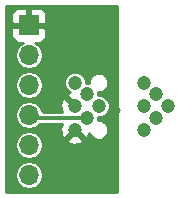
<source format=gbr>
G04 #@! TF.GenerationSoftware,KiCad,Pcbnew,(2017-09-19 revision dddaa7e69)-makepkg*
G04 #@! TF.CreationDate,2017-10-06T17:35:26-07:00*
G04 #@! TF.ProjectId,progAdapt,70726F6741646170742E6B696361645F,rev?*
G04 #@! TF.SameCoordinates,Original*
G04 #@! TF.FileFunction,Copper,L1,Top,Signal*
G04 #@! TF.FilePolarity,Positive*
%FSLAX46Y46*%
G04 Gerber Fmt 4.6, Leading zero omitted, Abs format (unit mm)*
G04 Created by KiCad (PCBNEW (2017-09-19 revision dddaa7e69)-makepkg) date 10/06/17 17:35:26*
%MOMM*%
%LPD*%
G01*
G04 APERTURE LIST*
%ADD10O,1.700000X1.700000*%
%ADD11R,1.700000X1.700000*%
%ADD12C,1.200000*%
%ADD13C,0.300000*%
%ADD14C,0.254000*%
G04 APERTURE END LIST*
D10*
X124258095Y-172832500D03*
X124258095Y-170292500D03*
X124258095Y-167752500D03*
X124258095Y-165212500D03*
X124258095Y-162672500D03*
D11*
X124258095Y-160132500D03*
D12*
X134001000Y-169005000D03*
X134001000Y-167005000D03*
X134001000Y-165005000D03*
X135001000Y-168005000D03*
X135001000Y-166005000D03*
X136001000Y-167005000D03*
X130159000Y-167005000D03*
X129159000Y-166005000D03*
X129159000Y-168005000D03*
X128159000Y-165005000D03*
X128159000Y-167005000D03*
X128159000Y-169005000D03*
D13*
X124258095Y-167752500D02*
X124510595Y-168005000D01*
X124510595Y-168005000D02*
X127238000Y-168005000D01*
X127238000Y-168005000D02*
X129159000Y-168005000D01*
X126746000Y-161470405D02*
X126746000Y-165592000D01*
X126746000Y-165592000D02*
X128159000Y-167005000D01*
X124258095Y-160132500D02*
X125408095Y-160132500D01*
X125408095Y-160132500D02*
X126746000Y-161470405D01*
D14*
G36*
X131703000Y-167005000D02*
X131731697Y-167149272D01*
X131813421Y-167271579D01*
X131889629Y-167322500D01*
X131813421Y-167373421D01*
X131731697Y-167495728D01*
X131703000Y-167640000D01*
X131703000Y-174248000D01*
X122297000Y-174248000D01*
X122297000Y-172832500D01*
X123058036Y-172832500D01*
X123147630Y-173282918D01*
X123402771Y-173664765D01*
X123784618Y-173919906D01*
X124235036Y-174009500D01*
X124281154Y-174009500D01*
X124731572Y-173919906D01*
X125113419Y-173664765D01*
X125368560Y-173282918D01*
X125458154Y-172832500D01*
X125368560Y-172382082D01*
X125113419Y-172000235D01*
X124731572Y-171745094D01*
X124281154Y-171655500D01*
X124235036Y-171655500D01*
X123784618Y-171745094D01*
X123402771Y-172000235D01*
X123147630Y-172382082D01*
X123058036Y-172832500D01*
X122297000Y-172832500D01*
X122297000Y-170292500D01*
X123058036Y-170292500D01*
X123147630Y-170742918D01*
X123402771Y-171124765D01*
X123784618Y-171379906D01*
X124235036Y-171469500D01*
X124281154Y-171469500D01*
X124731572Y-171379906D01*
X125113419Y-171124765D01*
X125368560Y-170742918D01*
X125458154Y-170292500D01*
X125373663Y-169867735D01*
X127475870Y-169867735D01*
X127525383Y-170093164D01*
X127990036Y-170252807D01*
X128480413Y-170222482D01*
X128792617Y-170093164D01*
X128842130Y-169867735D01*
X128159000Y-169184605D01*
X127475870Y-169867735D01*
X125373663Y-169867735D01*
X125368560Y-169842082D01*
X125113419Y-169460235D01*
X124731572Y-169205094D01*
X124281154Y-169115500D01*
X124235036Y-169115500D01*
X123784618Y-169205094D01*
X123402771Y-169460235D01*
X123147630Y-169842082D01*
X123058036Y-170292500D01*
X122297000Y-170292500D01*
X122297000Y-167752500D01*
X123058036Y-167752500D01*
X123147630Y-168202918D01*
X123402771Y-168584765D01*
X123784618Y-168839906D01*
X124235036Y-168929500D01*
X124281154Y-168929500D01*
X124731572Y-168839906D01*
X125113419Y-168584765D01*
X125182084Y-168482000D01*
X127032831Y-168482000D01*
X126911193Y-168836036D01*
X126941518Y-169326413D01*
X127070836Y-169638617D01*
X127296265Y-169688130D01*
X127979395Y-169005000D01*
X127965253Y-168990858D01*
X128144858Y-168811253D01*
X128159000Y-168825395D01*
X128173143Y-168811253D01*
X128352748Y-168990858D01*
X128338605Y-169005000D01*
X129021735Y-169688130D01*
X129247164Y-169638617D01*
X129373752Y-169270173D01*
X129457495Y-169472846D01*
X129689930Y-169705688D01*
X129993778Y-169831856D01*
X130322779Y-169832143D01*
X130626846Y-169706505D01*
X130859688Y-169474070D01*
X130985856Y-169170222D01*
X130986143Y-168841221D01*
X130860505Y-168537154D01*
X130628070Y-168304312D01*
X130324222Y-168178144D01*
X130085850Y-168177936D01*
X130086065Y-167931937D01*
X130342583Y-167932161D01*
X130683417Y-167791331D01*
X130944414Y-167530789D01*
X131085839Y-167190201D01*
X131086161Y-166821417D01*
X130945331Y-166480583D01*
X130684789Y-166219586D01*
X130344201Y-166078161D01*
X130085937Y-166077935D01*
X130086152Y-165831937D01*
X130322779Y-165832143D01*
X130626846Y-165706505D01*
X130859688Y-165474070D01*
X130985856Y-165170222D01*
X130986143Y-164841221D01*
X130860505Y-164537154D01*
X130628070Y-164304312D01*
X130324222Y-164178144D01*
X129995221Y-164177857D01*
X129691154Y-164303495D01*
X129458312Y-164535930D01*
X129332144Y-164839778D01*
X129331936Y-165078150D01*
X129085937Y-165077935D01*
X129086161Y-164821417D01*
X128945331Y-164480583D01*
X128684789Y-164219586D01*
X128344201Y-164078161D01*
X127975417Y-164077839D01*
X127634583Y-164218669D01*
X127373586Y-164479211D01*
X127232161Y-164819799D01*
X127231839Y-165188583D01*
X127372669Y-165529417D01*
X127633211Y-165790414D01*
X127731781Y-165831344D01*
X127525383Y-165916836D01*
X127475870Y-166142265D01*
X128159000Y-166825395D01*
X128173143Y-166811253D01*
X128352748Y-166990858D01*
X128338605Y-167005000D01*
X128352748Y-167019143D01*
X128173143Y-167198748D01*
X128159000Y-167184605D01*
X128144858Y-167198748D01*
X127965253Y-167019143D01*
X127979395Y-167005000D01*
X127296265Y-166321870D01*
X127070836Y-166371383D01*
X126911193Y-166836036D01*
X126941518Y-167326413D01*
X127025017Y-167528000D01*
X125413498Y-167528000D01*
X125368560Y-167302082D01*
X125113419Y-166920235D01*
X124731572Y-166665094D01*
X124281154Y-166575500D01*
X124235036Y-166575500D01*
X123784618Y-166665094D01*
X123402771Y-166920235D01*
X123147630Y-167302082D01*
X123058036Y-167752500D01*
X122297000Y-167752500D01*
X122297000Y-165212500D01*
X123058036Y-165212500D01*
X123147630Y-165662918D01*
X123402771Y-166044765D01*
X123784618Y-166299906D01*
X124235036Y-166389500D01*
X124281154Y-166389500D01*
X124731572Y-166299906D01*
X125113419Y-166044765D01*
X125368560Y-165662918D01*
X125458154Y-165212500D01*
X125368560Y-164762082D01*
X125113419Y-164380235D01*
X124731572Y-164125094D01*
X124281154Y-164035500D01*
X124235036Y-164035500D01*
X123784618Y-164125094D01*
X123402771Y-164380235D01*
X123147630Y-164762082D01*
X123058036Y-165212500D01*
X122297000Y-165212500D01*
X122297000Y-160418250D01*
X122773095Y-160418250D01*
X122773095Y-161108810D01*
X122869768Y-161342199D01*
X123048397Y-161520827D01*
X123281786Y-161617500D01*
X123736119Y-161617500D01*
X123402771Y-161840235D01*
X123147630Y-162222082D01*
X123058036Y-162672500D01*
X123147630Y-163122918D01*
X123402771Y-163504765D01*
X123784618Y-163759906D01*
X124235036Y-163849500D01*
X124281154Y-163849500D01*
X124731572Y-163759906D01*
X125113419Y-163504765D01*
X125368560Y-163122918D01*
X125458154Y-162672500D01*
X125368560Y-162222082D01*
X125113419Y-161840235D01*
X124780071Y-161617500D01*
X125234404Y-161617500D01*
X125467793Y-161520827D01*
X125646422Y-161342199D01*
X125743095Y-161108810D01*
X125743095Y-160418250D01*
X125584345Y-160259500D01*
X124385095Y-160259500D01*
X124385095Y-160279500D01*
X124131095Y-160279500D01*
X124131095Y-160259500D01*
X122931845Y-160259500D01*
X122773095Y-160418250D01*
X122297000Y-160418250D01*
X122297000Y-159156190D01*
X122773095Y-159156190D01*
X122773095Y-159846750D01*
X122931845Y-160005500D01*
X124131095Y-160005500D01*
X124131095Y-158806250D01*
X124385095Y-158806250D01*
X124385095Y-160005500D01*
X125584345Y-160005500D01*
X125743095Y-159846750D01*
X125743095Y-159156190D01*
X125646422Y-158922801D01*
X125467793Y-158744173D01*
X125234404Y-158647500D01*
X124543845Y-158647500D01*
X124385095Y-158806250D01*
X124131095Y-158806250D01*
X123972345Y-158647500D01*
X123281786Y-158647500D01*
X123048397Y-158744173D01*
X122869768Y-158922801D01*
X122773095Y-159156190D01*
X122297000Y-159156190D01*
X122297000Y-158492000D01*
X131703000Y-158492000D01*
X131703000Y-167005000D01*
X131703000Y-167005000D01*
G37*
X131703000Y-167005000D02*
X131731697Y-167149272D01*
X131813421Y-167271579D01*
X131889629Y-167322500D01*
X131813421Y-167373421D01*
X131731697Y-167495728D01*
X131703000Y-167640000D01*
X131703000Y-174248000D01*
X122297000Y-174248000D01*
X122297000Y-172832500D01*
X123058036Y-172832500D01*
X123147630Y-173282918D01*
X123402771Y-173664765D01*
X123784618Y-173919906D01*
X124235036Y-174009500D01*
X124281154Y-174009500D01*
X124731572Y-173919906D01*
X125113419Y-173664765D01*
X125368560Y-173282918D01*
X125458154Y-172832500D01*
X125368560Y-172382082D01*
X125113419Y-172000235D01*
X124731572Y-171745094D01*
X124281154Y-171655500D01*
X124235036Y-171655500D01*
X123784618Y-171745094D01*
X123402771Y-172000235D01*
X123147630Y-172382082D01*
X123058036Y-172832500D01*
X122297000Y-172832500D01*
X122297000Y-170292500D01*
X123058036Y-170292500D01*
X123147630Y-170742918D01*
X123402771Y-171124765D01*
X123784618Y-171379906D01*
X124235036Y-171469500D01*
X124281154Y-171469500D01*
X124731572Y-171379906D01*
X125113419Y-171124765D01*
X125368560Y-170742918D01*
X125458154Y-170292500D01*
X125373663Y-169867735D01*
X127475870Y-169867735D01*
X127525383Y-170093164D01*
X127990036Y-170252807D01*
X128480413Y-170222482D01*
X128792617Y-170093164D01*
X128842130Y-169867735D01*
X128159000Y-169184605D01*
X127475870Y-169867735D01*
X125373663Y-169867735D01*
X125368560Y-169842082D01*
X125113419Y-169460235D01*
X124731572Y-169205094D01*
X124281154Y-169115500D01*
X124235036Y-169115500D01*
X123784618Y-169205094D01*
X123402771Y-169460235D01*
X123147630Y-169842082D01*
X123058036Y-170292500D01*
X122297000Y-170292500D01*
X122297000Y-167752500D01*
X123058036Y-167752500D01*
X123147630Y-168202918D01*
X123402771Y-168584765D01*
X123784618Y-168839906D01*
X124235036Y-168929500D01*
X124281154Y-168929500D01*
X124731572Y-168839906D01*
X125113419Y-168584765D01*
X125182084Y-168482000D01*
X127032831Y-168482000D01*
X126911193Y-168836036D01*
X126941518Y-169326413D01*
X127070836Y-169638617D01*
X127296265Y-169688130D01*
X127979395Y-169005000D01*
X127965253Y-168990858D01*
X128144858Y-168811253D01*
X128159000Y-168825395D01*
X128173143Y-168811253D01*
X128352748Y-168990858D01*
X128338605Y-169005000D01*
X129021735Y-169688130D01*
X129247164Y-169638617D01*
X129373752Y-169270173D01*
X129457495Y-169472846D01*
X129689930Y-169705688D01*
X129993778Y-169831856D01*
X130322779Y-169832143D01*
X130626846Y-169706505D01*
X130859688Y-169474070D01*
X130985856Y-169170222D01*
X130986143Y-168841221D01*
X130860505Y-168537154D01*
X130628070Y-168304312D01*
X130324222Y-168178144D01*
X130085850Y-168177936D01*
X130086065Y-167931937D01*
X130342583Y-167932161D01*
X130683417Y-167791331D01*
X130944414Y-167530789D01*
X131085839Y-167190201D01*
X131086161Y-166821417D01*
X130945331Y-166480583D01*
X130684789Y-166219586D01*
X130344201Y-166078161D01*
X130085937Y-166077935D01*
X130086152Y-165831937D01*
X130322779Y-165832143D01*
X130626846Y-165706505D01*
X130859688Y-165474070D01*
X130985856Y-165170222D01*
X130986143Y-164841221D01*
X130860505Y-164537154D01*
X130628070Y-164304312D01*
X130324222Y-164178144D01*
X129995221Y-164177857D01*
X129691154Y-164303495D01*
X129458312Y-164535930D01*
X129332144Y-164839778D01*
X129331936Y-165078150D01*
X129085937Y-165077935D01*
X129086161Y-164821417D01*
X128945331Y-164480583D01*
X128684789Y-164219586D01*
X128344201Y-164078161D01*
X127975417Y-164077839D01*
X127634583Y-164218669D01*
X127373586Y-164479211D01*
X127232161Y-164819799D01*
X127231839Y-165188583D01*
X127372669Y-165529417D01*
X127633211Y-165790414D01*
X127731781Y-165831344D01*
X127525383Y-165916836D01*
X127475870Y-166142265D01*
X128159000Y-166825395D01*
X128173143Y-166811253D01*
X128352748Y-166990858D01*
X128338605Y-167005000D01*
X128352748Y-167019143D01*
X128173143Y-167198748D01*
X128159000Y-167184605D01*
X128144858Y-167198748D01*
X127965253Y-167019143D01*
X127979395Y-167005000D01*
X127296265Y-166321870D01*
X127070836Y-166371383D01*
X126911193Y-166836036D01*
X126941518Y-167326413D01*
X127025017Y-167528000D01*
X125413498Y-167528000D01*
X125368560Y-167302082D01*
X125113419Y-166920235D01*
X124731572Y-166665094D01*
X124281154Y-166575500D01*
X124235036Y-166575500D01*
X123784618Y-166665094D01*
X123402771Y-166920235D01*
X123147630Y-167302082D01*
X123058036Y-167752500D01*
X122297000Y-167752500D01*
X122297000Y-165212500D01*
X123058036Y-165212500D01*
X123147630Y-165662918D01*
X123402771Y-166044765D01*
X123784618Y-166299906D01*
X124235036Y-166389500D01*
X124281154Y-166389500D01*
X124731572Y-166299906D01*
X125113419Y-166044765D01*
X125368560Y-165662918D01*
X125458154Y-165212500D01*
X125368560Y-164762082D01*
X125113419Y-164380235D01*
X124731572Y-164125094D01*
X124281154Y-164035500D01*
X124235036Y-164035500D01*
X123784618Y-164125094D01*
X123402771Y-164380235D01*
X123147630Y-164762082D01*
X123058036Y-165212500D01*
X122297000Y-165212500D01*
X122297000Y-160418250D01*
X122773095Y-160418250D01*
X122773095Y-161108810D01*
X122869768Y-161342199D01*
X123048397Y-161520827D01*
X123281786Y-161617500D01*
X123736119Y-161617500D01*
X123402771Y-161840235D01*
X123147630Y-162222082D01*
X123058036Y-162672500D01*
X123147630Y-163122918D01*
X123402771Y-163504765D01*
X123784618Y-163759906D01*
X124235036Y-163849500D01*
X124281154Y-163849500D01*
X124731572Y-163759906D01*
X125113419Y-163504765D01*
X125368560Y-163122918D01*
X125458154Y-162672500D01*
X125368560Y-162222082D01*
X125113419Y-161840235D01*
X124780071Y-161617500D01*
X125234404Y-161617500D01*
X125467793Y-161520827D01*
X125646422Y-161342199D01*
X125743095Y-161108810D01*
X125743095Y-160418250D01*
X125584345Y-160259500D01*
X124385095Y-160259500D01*
X124385095Y-160279500D01*
X124131095Y-160279500D01*
X124131095Y-160259500D01*
X122931845Y-160259500D01*
X122773095Y-160418250D01*
X122297000Y-160418250D01*
X122297000Y-159156190D01*
X122773095Y-159156190D01*
X122773095Y-159846750D01*
X122931845Y-160005500D01*
X124131095Y-160005500D01*
X124131095Y-158806250D01*
X124385095Y-158806250D01*
X124385095Y-160005500D01*
X125584345Y-160005500D01*
X125743095Y-159846750D01*
X125743095Y-159156190D01*
X125646422Y-158922801D01*
X125467793Y-158744173D01*
X125234404Y-158647500D01*
X124543845Y-158647500D01*
X124385095Y-158806250D01*
X124131095Y-158806250D01*
X123972345Y-158647500D01*
X123281786Y-158647500D01*
X123048397Y-158744173D01*
X122869768Y-158922801D01*
X122773095Y-159156190D01*
X122297000Y-159156190D01*
X122297000Y-158492000D01*
X131703000Y-158492000D01*
X131703000Y-167005000D01*
M02*

</source>
